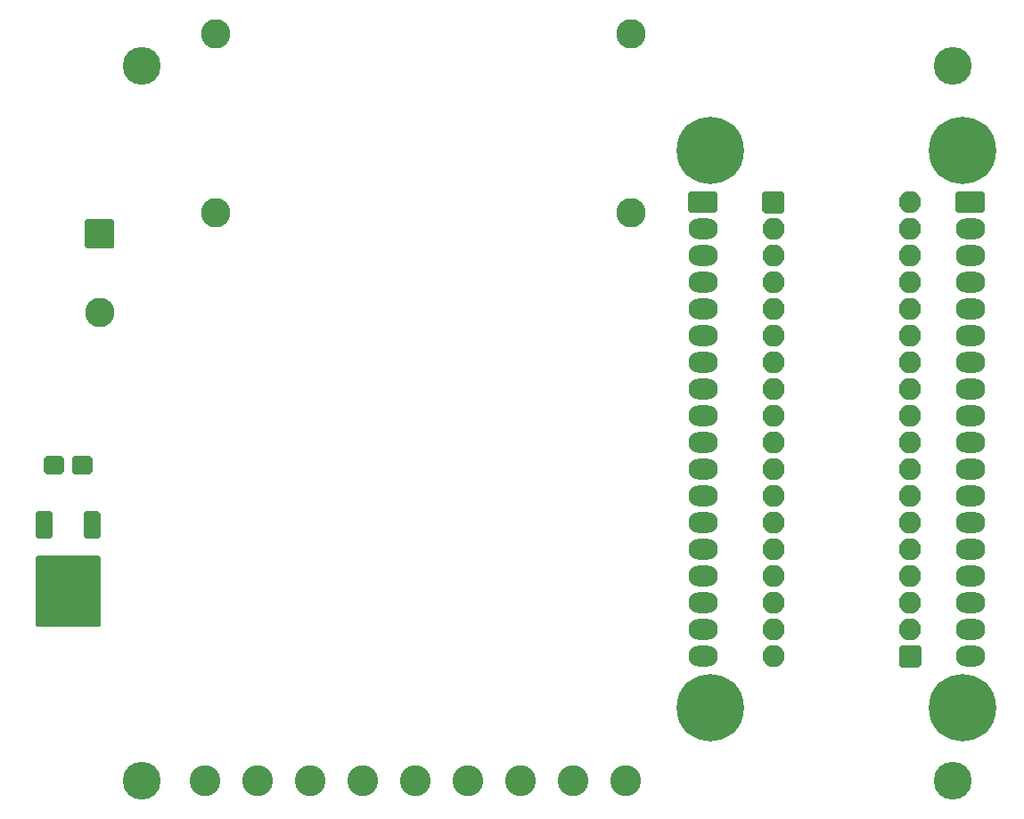
<source format=gts>
G04 #@! TF.GenerationSoftware,KiCad,Pcbnew,5.1.10*
G04 #@! TF.CreationDate,2021-11-10T17:43:12+10:00*
G04 #@! TF.ProjectId,wifi_unit,77696669-5f75-46e6-9974-2e6b69636164,rev?*
G04 #@! TF.SameCoordinates,Original*
G04 #@! TF.FileFunction,Soldermask,Top*
G04 #@! TF.FilePolarity,Negative*
%FSLAX46Y46*%
G04 Gerber Fmt 4.6, Leading zero omitted, Abs format (unit mm)*
G04 Created by KiCad (PCBNEW 5.1.10) date 2021-11-10 17:43:12*
%MOMM*%
%LPD*%
G01*
G04 APERTURE LIST*
%ADD10C,3.600000*%
%ADD11C,2.800000*%
%ADD12C,2.940000*%
%ADD13C,6.400000*%
%ADD14O,2.800000X2.000000*%
%ADD15O,2.100000X2.100000*%
G04 APERTURE END LIST*
D10*
X156000000Y-118000000D03*
X79000000Y-118000000D03*
X79000000Y-50000000D03*
X156000000Y-50000000D03*
D11*
X75000000Y-73500000D03*
G36*
G01*
X73800000Y-64600000D02*
X76200000Y-64600000D01*
G75*
G02*
X76400000Y-64800000I0J-200000D01*
G01*
X76400000Y-67200000D01*
G75*
G02*
X76200000Y-67400000I-200000J0D01*
G01*
X73800000Y-67400000D01*
G75*
G02*
X73600000Y-67200000I0J200000D01*
G01*
X73600000Y-64800000D01*
G75*
G02*
X73800000Y-64600000I200000J0D01*
G01*
G37*
D12*
X110001280Y-118000000D03*
X115000000Y-118000000D03*
X120001280Y-118000000D03*
X125000000Y-118000000D03*
X95000020Y-118000000D03*
X100001280Y-118000000D03*
X105000000Y-118000000D03*
D13*
X133000000Y-111102590D03*
X157000000Y-111102590D03*
X157000000Y-58102590D03*
X133000000Y-58102590D03*
D14*
X157700000Y-103640000D03*
X157700000Y-101100000D03*
X132300000Y-65540000D03*
X157700000Y-98560000D03*
X132300000Y-68080000D03*
X132300000Y-98560000D03*
X157700000Y-65540000D03*
X132300000Y-101100000D03*
G36*
G01*
X156300000Y-63800000D02*
X156300000Y-62200000D01*
G75*
G02*
X156500000Y-62000000I200000J0D01*
G01*
X158900000Y-62000000D01*
G75*
G02*
X159100000Y-62200000I0J-200000D01*
G01*
X159100000Y-63800000D01*
G75*
G02*
X158900000Y-64000000I-200000J0D01*
G01*
X156500000Y-64000000D01*
G75*
G02*
X156300000Y-63800000I0J200000D01*
G01*
G37*
X132300000Y-103640000D03*
X132300000Y-106180000D03*
X157700000Y-106180000D03*
X132300000Y-85860000D03*
X157700000Y-78240000D03*
X132300000Y-88400000D03*
X157700000Y-75700000D03*
X132300000Y-90940000D03*
X157700000Y-73160000D03*
X132300000Y-93480000D03*
X157700000Y-70620000D03*
X132300000Y-96020000D03*
X157700000Y-68080000D03*
G36*
G01*
X130900000Y-63800000D02*
X130900000Y-62200000D01*
G75*
G02*
X131100000Y-62000000I200000J0D01*
G01*
X133500000Y-62000000D01*
G75*
G02*
X133700000Y-62200000I0J-200000D01*
G01*
X133700000Y-63800000D01*
G75*
G02*
X133500000Y-64000000I-200000J0D01*
G01*
X131100000Y-64000000D01*
G75*
G02*
X130900000Y-63800000I0J200000D01*
G01*
G37*
X157700000Y-90940000D03*
X132300000Y-75700000D03*
X157700000Y-88400000D03*
X132300000Y-78240000D03*
X157700000Y-85860000D03*
X132300000Y-80780000D03*
X157700000Y-83320000D03*
X132300000Y-83320000D03*
X157700000Y-80780000D03*
X157700000Y-96020000D03*
X132300000Y-70620000D03*
X157700000Y-93480000D03*
X132300000Y-73160000D03*
D11*
X125500000Y-47000000D03*
X125500000Y-64000000D03*
X86000000Y-64000000D03*
X86000000Y-47000000D03*
D12*
X85001280Y-118000000D03*
X90000000Y-118000000D03*
D15*
X152000000Y-63000000D03*
X152000000Y-65540000D03*
X152000000Y-68080000D03*
X152000000Y-70620000D03*
X152000000Y-73160000D03*
X152000000Y-75700000D03*
X152000000Y-78240000D03*
X152000000Y-80780000D03*
X152000000Y-83320000D03*
X152000000Y-85860000D03*
X152000000Y-88400000D03*
X152000000Y-90940000D03*
X152000000Y-93480000D03*
X152000000Y-96020000D03*
X152000000Y-98560000D03*
X152000000Y-101100000D03*
X152000000Y-103640000D03*
G36*
G01*
X153050000Y-105330000D02*
X153050000Y-107030000D01*
G75*
G02*
X152850000Y-107230000I-200000J0D01*
G01*
X151150000Y-107230000D01*
G75*
G02*
X150950000Y-107030000I0J200000D01*
G01*
X150950000Y-105330000D01*
G75*
G02*
X151150000Y-105130000I200000J0D01*
G01*
X152850000Y-105130000D01*
G75*
G02*
X153050000Y-105330000I0J-200000D01*
G01*
G37*
X139000000Y-106180000D03*
X139000000Y-103640000D03*
X139000000Y-101100000D03*
X139000000Y-98560000D03*
X139000000Y-96020000D03*
X139000000Y-93480000D03*
X139000000Y-90940000D03*
X139000000Y-88400000D03*
X139000000Y-85860000D03*
X139000000Y-83320000D03*
X139000000Y-80780000D03*
X139000000Y-78240000D03*
X139000000Y-75700000D03*
X139000000Y-73160000D03*
X139000000Y-70620000D03*
X139000000Y-68080000D03*
X139000000Y-65540000D03*
G36*
G01*
X137950000Y-63850000D02*
X137950000Y-62150000D01*
G75*
G02*
X138150000Y-61950000I200000J0D01*
G01*
X139850000Y-61950000D01*
G75*
G02*
X140050000Y-62150000I0J-200000D01*
G01*
X140050000Y-63850000D01*
G75*
G02*
X139850000Y-64050000I-200000J0D01*
G01*
X138150000Y-64050000D01*
G75*
G02*
X137950000Y-63850000I0J200000D01*
G01*
G37*
G36*
G01*
X74300000Y-87350000D02*
X74300000Y-88650000D01*
G75*
G02*
X74100000Y-88850000I-200000J0D01*
G01*
X72600000Y-88850000D01*
G75*
G02*
X72400000Y-88650000I0J200000D01*
G01*
X72400000Y-87350000D01*
G75*
G02*
X72600000Y-87150000I200000J0D01*
G01*
X74100000Y-87150000D01*
G75*
G02*
X74300000Y-87350000I0J-200000D01*
G01*
G37*
G36*
G01*
X71600000Y-87350000D02*
X71600000Y-88650000D01*
G75*
G02*
X71400000Y-88850000I-200000J0D01*
G01*
X69900000Y-88850000D01*
G75*
G02*
X69700000Y-88650000I0J200000D01*
G01*
X69700000Y-87350000D01*
G75*
G02*
X69900000Y-87150000I200000J0D01*
G01*
X71400000Y-87150000D01*
G75*
G02*
X71600000Y-87350000I0J-200000D01*
G01*
G37*
G36*
G01*
X73680000Y-92400000D02*
X74880000Y-92400000D01*
G75*
G02*
X75080000Y-92600000I0J-200000D01*
G01*
X75080000Y-94800000D01*
G75*
G02*
X74880000Y-95000000I-200000J0D01*
G01*
X73680000Y-95000000D01*
G75*
G02*
X73480000Y-94800000I0J200000D01*
G01*
X73480000Y-92600000D01*
G75*
G02*
X73680000Y-92400000I200000J0D01*
G01*
G37*
G36*
G01*
X69120000Y-92400000D02*
X70320000Y-92400000D01*
G75*
G02*
X70520000Y-92600000I0J-200000D01*
G01*
X70520000Y-94800000D01*
G75*
G02*
X70320000Y-95000000I-200000J0D01*
G01*
X69120000Y-95000000D01*
G75*
G02*
X68920000Y-94800000I0J200000D01*
G01*
X68920000Y-92600000D01*
G75*
G02*
X69120000Y-92400000I200000J0D01*
G01*
G37*
G36*
G01*
X69100000Y-96600000D02*
X74900000Y-96600000D01*
G75*
G02*
X75100000Y-96800000I0J-200000D01*
G01*
X75100000Y-103200000D01*
G75*
G02*
X74900000Y-103400000I-200000J0D01*
G01*
X69100000Y-103400000D01*
G75*
G02*
X68900000Y-103200000I0J200000D01*
G01*
X68900000Y-96800000D01*
G75*
G02*
X69100000Y-96600000I200000J0D01*
G01*
G37*
M02*

</source>
